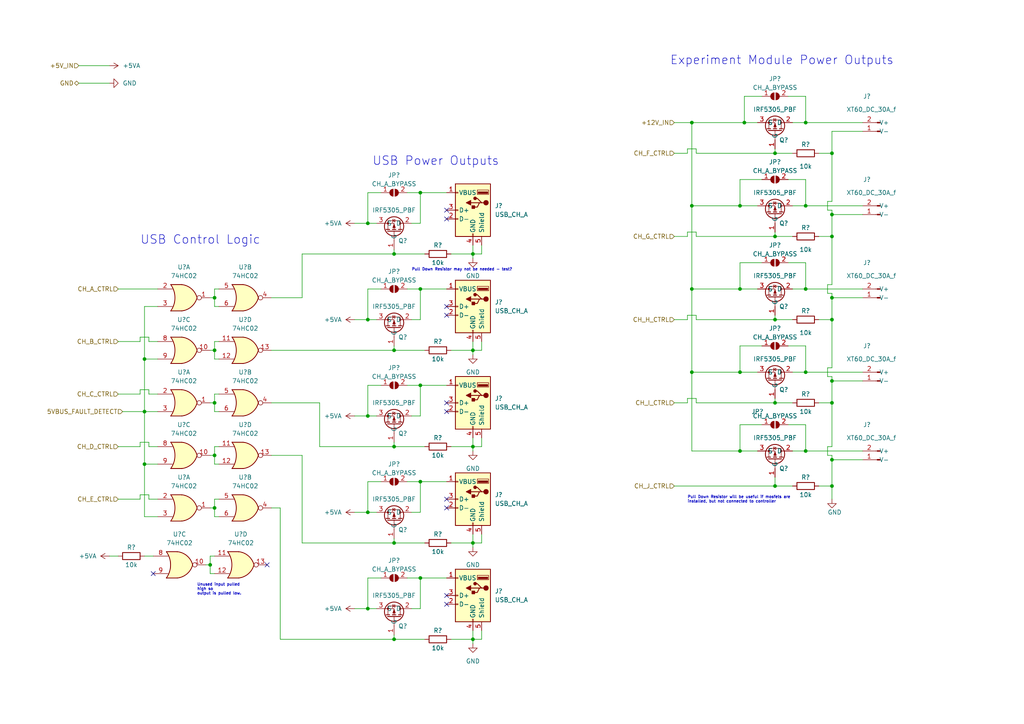
<source format=kicad_sch>
(kicad_sch (version 20211123) (generator eeschema)
  (paper "A4")
  (lib_symbols
    (symbol "000_Connectors_Immo:XT60_connector_DC_30A_female" (pin_names (offset 1.016))
      (property "Reference" "J?" (at 1.27 6.35 0))
      (property "Value" "XT60_connector_DC_30A_female" (at 8.89 3.81 0))
      (symbol "XT60_connector_DC_30A_female_1_1"
        (polyline (pts (xy 1.27 -2.54) (xy 0.8636 -2.54)) (stroke (width 0.1524)))
        (polyline (pts (xy 1.27 0) (xy 0.8636 0)) (stroke (width 0.1524)))
        (rectangle (start 0.8636 -2.413) (end 0 -2.667) (stroke (width 0.1524)) (fill (type outline)))
        (rectangle (start 0.8636 0.127) (end 0 -0.127) (stroke (width 0.1524)) (fill (type outline)))
        (pin passive line (at 5.08 0 180) (length 3.81) (name "V-") (number "1"))
        (pin passive line (at 5.08 -2.54 180) (length 3.81) (name "V+") (number "2"))
      )
    )
    (symbol "000_MOSFET_Immo:IRF5305_PBF"
      (property "Reference" "Q?" (at 0 10.16 90))
      (property "Value" "IRF5305_PBF" (at 5.08 8.89 90))
      (symbol "IRF5305_PBF_0_1"
        (polyline (pts (xy 0.254 0) (xy -2.54 0)))
        (polyline (pts (xy 0.254 1.905) (xy 0.254 -1.905)) (stroke (width 0.254)))
        (polyline (pts (xy 0.762 -1.27) (xy 0.762 -2.286)) (stroke (width 0.254)))
        (polyline (pts (xy 0.762 0.508) (xy 0.762 -0.508)) (stroke (width 0.254)))
        (polyline (pts (xy 0.762 2.286) (xy 0.762 1.27)) (stroke (width 0.254)))
        (polyline (pts (xy 2.54 2.54) (xy 2.54 1.778)))
        (polyline (pts (xy 2.54 -2.54) (xy 2.54 0) (xy 0.762 0)))
        (polyline (pts (xy 0.762 1.778) (xy 3.302 1.778) (xy 3.302 -1.778) (xy 0.762 -1.778)))
        (polyline (pts (xy 2.286 0) (xy 1.27 0.381) (xy 1.27 -0.381) (xy 2.286 0)) (fill (type outline)))
        (polyline (pts (xy 2.794 -0.508) (xy 2.921 -0.381) (xy 3.683 -0.381) (xy 3.81 -0.254)))
        (polyline (pts (xy 3.302 -0.381) (xy 2.921 0.254) (xy 3.683 0.254) (xy 3.302 -0.381)))
        (circle (center 1.651 0) (radius 2.794) (stroke (width 0.254)))
        (circle (center 2.54 -1.778) (radius 0.254) (fill (type outline)))
        (circle (center 2.54 1.778) (radius 0.254) (fill (type outline)))
      )
      (symbol "IRF5305_PBF_1_1"
        (pin input line (at -5.08 0 0) (length 2.54) (name "G") (number "1"))
        (pin passive line (at 2.54 5.08 270) (length 2.54) (name "D") (number "2"))
        (pin passive line (at 2.54 -5.08 90) (length 2.54) (name "S") (number "3"))
      )
    )
    (symbol "000_Resistors_Immo:Resistor_0805" (pin_numbers hide) (pin_names (offset 0))
      (property "Reference" "R?" (at 2.54 1.2701 0))
      (property "Value" "Resistor_0805" (at 2.54 -1.2699 0))
      (symbol "Resistor_0805_0_1"
        (rectangle (start -1.016 -2.54) (end 1.016 2.54) (stroke (width 0.254)))
      )
      (symbol "Resistor_0805_1_1"
        (pin passive line (at 0 3.81 270) (length 1.27) (name "~") (number "1"))
        (pin passive line (at 0 -3.81 90) (length 1.27) (name "~") (number "2"))
      )
    )
    (symbol "74xx:74HC02" (pin_names (offset 1.016))
      (property "Reference" "U" (at 0 1.27 0))
      (property "Value" "74HC02" (at 0 -1.27 0))
      (symbol "74HC02_1_1"
        (arc (start -3.81 -3.81) (mid -2.589 0) (end -3.81 3.81) (stroke (width 0.254)))
        (arc (start -0.6096 -3.81) (mid 2.1855 -2.584) (end 3.81 0) (stroke (width 0.254)) (fill (type background)))
        (polyline (pts (xy -3.81 -3.81) (xy -0.635 -3.81)) (stroke (width 0.254)) (fill (type background)))
        (polyline (pts (xy -3.81 3.81) (xy -0.635 3.81)) (stroke (width 0.254)) (fill (type background)))
        (polyline (pts (xy -0.635 3.81) (xy -3.81 3.81) (xy -3.81 3.81) (xy -3.556 3.4036) (xy -3.0226 2.2606) (xy -2.6924 1.0414) (xy -2.6162 -0.254) (xy -2.7686 -1.4986) (xy -3.175 -2.7178) (xy -3.81 -3.81) (xy -3.81 -3.81) (xy -0.635 -3.81)) (stroke (width -25.4)) (fill (type background)))
        (arc (start 3.81 0) (mid 2.1928 2.5925) (end -0.6096 3.81) (stroke (width 0.254)) (fill (type background)))
        (pin output inverted (at 7.62 0 180) (length 3.81) (name "~") (number "1"))
        (pin input line (at -7.62 2.54 0) (length 4.318) (name "~") (number "2"))
        (pin input line (at -7.62 -2.54 0) (length 4.318) (name "~") (number "3"))
      )
      (symbol "74HC02_1_2"
        (arc (start 0 -3.81) (mid 3.81 0) (end 0 3.81) (stroke (width 0.254)) (fill (type background)))
        (polyline (pts (xy 0 3.81) (xy -3.81 3.81) (xy -3.81 -3.81) (xy 0 -3.81)) (stroke (width 0.254)) (fill (type background)))
        (pin output line (at 7.62 0 180) (length 3.81) (name "~") (number "1"))
        (pin input inverted (at -7.62 2.54 0) (length 3.81) (name "~") (number "2"))
        (pin input inverted (at -7.62 -2.54 0) (length 3.81) (name "~") (number "3"))
      )
      (symbol "74HC02_2_1"
        (arc (start -3.81 -3.81) (mid -2.589 0) (end -3.81 3.81) (stroke (width 0.254)))
        (arc (start -0.6096 -3.81) (mid 2.1855 -2.584) (end 3.81 0) (stroke (width 0.254)) (fill (type background)))
        (polyline (pts (xy -3.81 -3.81) (xy -0.635 -3.81)) (stroke (width 0.254)) (fill (type background)))
        (polyline (pts (xy -3.81 3.81) (xy -0.635 3.81)) (stroke (width 0.254)) (fill (type background)))
        (polyline (pts (xy -0.635 3.81) (xy -3.81 3.81) (xy -3.81 3.81) (xy -3.556 3.4036) (xy -3.0226 2.2606) (xy -2.6924 1.0414) (xy -2.6162 -0.254) (xy -2.7686 -1.4986) (xy -3.175 -2.7178) (xy -3.81 -3.81) (xy -3.81 -3.81) (xy -0.635 -3.81)) (stroke (width -25.4)) (fill (type background)))
        (arc (start 3.81 0) (mid 2.1928 2.5925) (end -0.6096 3.81) (stroke (width 0.254)) (fill (type background)))
        (pin output inverted (at 7.62 0 180) (length 3.81) (name "~") (number "4"))
        (pin input line (at -7.62 2.54 0) (length 4.318) (name "~") (number "5"))
        (pin input line (at -7.62 -2.54 0) (length 4.318) (name "~") (number "6"))
      )
      (symbol "74HC02_2_2"
        (arc (start 0 -3.81) (mid 3.81 0) (end 0 3.81) (stroke (width 0.254)) (fill (type background)))
        (polyline (pts (xy 0 3.81) (xy -3.81 3.81) (xy -3.81 -3.81) (xy 0 -3.81)) (stroke (width 0.254)) (fill (type background)))
        (pin output line (at 7.62 0 180) (length 3.81) (name "~") (number "4"))
        (pin input inverted (at -7.62 2.54 0) (length 3.81) (name "~") (number "5"))
        (pin input inverted (at -7.62 -2.54 0) (length 3.81) (name "~") (number "6"))
      )
      (symbol "74HC02_3_1"
        (arc (start -3.81 -3.81) (mid -2.589 0) (end -3.81 3.81) (stroke (width 0.254)))
        (arc (start -0.6096 -3.81) (mid 2.1855 -2.584) (end 3.81 0) (stroke (width 0.254)) (fill (type background)))
        (polyline (pts (xy -3.81 -3.81) (xy -0.635 -3.81)) (stroke (width 0.254)) (fill (type background)))
        (polyline (pts (xy -3.81 3.81) (xy -0.635 3.81)) (stroke (width 0.254)) (fill (type background)))
        (polyline (pts (xy -0.635 3.81) (xy -3.81 3.81) (xy -3.81 3.81) (xy -3.556 3.4036) (xy -3.0226 2.2606) (xy -2.6924 1.0414) (xy -2.6162 -0.254) (xy -2.7686 -1.4986) (xy -3.175 -2.7178) (xy -3.81 -3.81) (xy -3.81 -3.81) (xy -0.635 -3.81)) (stroke (width -25.4)) (fill (type background)))
        (arc (start 3.81 0) (mid 2.1928 2.5925) (end -0.6096 3.81) (stroke (width 0.254)) (fill (type background)))
        (pin output inverted (at 7.62 0 180) (length 3.81) (name "~") (number "10"))
        (pin input line (at -7.62 2.54 0) (length 4.318) (name "~") (number "8"))
        (pin input line (at -7.62 -2.54 0) (length 4.318) (name "~") (number "9"))
      )
      (symbol "74HC02_3_2"
        (arc (start 0 -3.81) (mid 3.81 0) (end 0 3.81) (stroke (width 0.254)) (fill (type background)))
        (polyline (pts (xy 0 3.81) (xy -3.81 3.81) (xy -3.81 -3.81) (xy 0 -3.81)) (stroke (width 0.254)) (fill (type background)))
        (pin output line (at 7.62 0 180) (length 3.81) (name "~") (number "10"))
        (pin input inverted (at -7.62 2.54 0) (length 3.81) (name "~") (number "8"))
        (pin input inverted (at -7.62 -2.54 0) (length 3.81) (name "~") (number "9"))
      )
      (symbol "74HC02_4_1"
        (arc (start -3.81 -3.81) (mid -2.589 0) (end -3.81 3.81) (stroke (width 0.254)))
        (arc (start -0.6096 -3.81) (mid 2.1855 -2.584) (end 3.81 0) (stroke (width 0.254)) (fill (type background)))
        (polyline (pts (xy -3.81 -3.81) (xy -0.635 -3.81)) (stroke (width 0.254)) (fill (type background)))
        (polyline (pts (xy -3.81 3.81) (xy -0.635 3.81)) (stroke (width 0.254)) (fill (type background)))
        (polyline (pts (xy -0.635 3.81) (xy -3.81 3.81) (xy -3.81 3.81) (xy -3.556 3.4036) (xy -3.0226 2.2606) (xy -2.6924 1.0414) (xy -2.6162 -0.254) (xy -2.7686 -1.4986) (xy -3.175 -2.7178) (xy -3.81 -3.81) (xy -3.81 -3.81) (xy -0.635 -3.81)) (stroke (width -25.4)) (fill (type background)))
        (arc (start 3.81 0) (mid 2.1928 2.5925) (end -0.6096 3.81) (stroke (width 0.254)) (fill (type background)))
        (pin input line (at -7.62 2.54 0) (length 4.318) (name "~") (number "11"))
        (pin input line (at -7.62 -2.54 0) (length 4.318) (name "~") (number "12"))
        (pin output inverted (at 7.62 0 180) (length 3.81) (name "~") (number "13"))
      )
      (symbol "74HC02_4_2"
        (arc (start 0 -3.81) (mid 3.81 0) (end 0 3.81) (stroke (width 0.254)) (fill (type background)))
        (polyline (pts (xy 0 3.81) (xy -3.81 3.81) (xy -3.81 -3.81) (xy 0 -3.81)) (stroke (width 0.254)) (fill (type background)))
        (pin input inverted (at -7.62 2.54 0) (length 3.81) (name "~") (number "11"))
        (pin input inverted (at -7.62 -2.54 0) (length 3.81) (name "~") (number "12"))
        (pin output line (at 7.62 0 180) (length 3.81) (name "~") (number "13"))
      )
      (symbol "74HC02_5_0"
        (pin power_in line (at 0 12.7 270) (length 5.08) (name "VCC") (number "14"))
        (pin power_in line (at 0 -12.7 90) (length 5.08) (name "GND") (number "7"))
      )
      (symbol "74HC02_5_1"
        (rectangle (start -5.08 7.62) (end 5.08 -7.62) (stroke (width 0.254)) (fill (type background)))
      )
    )
    (symbol "Connector:USB_A" (pin_names (offset 1.016))
      (property "Reference" "J" (at -5.08 11.43 0))
      (property "Value" "USB_A" (at -5.08 8.89 0))
      (symbol "USB_A_0_1"
        (rectangle (start -5.08 -7.62) (end 5.08 7.62) (stroke (width 0.254)) (fill (type background)))
        (circle (center -3.81 2.159) (radius 0.635) (stroke (width 0.254)) (fill (type outline)))
        (rectangle (start -1.524 4.826) (end -4.318 5.334) (fill (type outline)))
        (rectangle (start -1.27 4.572) (end -4.572 5.842))
        (circle (center -0.635 3.429) (radius 0.381) (stroke (width 0.254)) (fill (type outline)))
        (rectangle (start -0.127 -7.62) (end 0.127 -6.858))
        (polyline (pts (xy -3.175 2.159) (xy -2.54 2.159) (xy -1.27 3.429) (xy -0.635 3.429)) (stroke (width 0.254)))
        (polyline (pts (xy -2.54 2.159) (xy -1.905 2.159) (xy -1.27 0.889) (xy 0 0.889)) (stroke (width 0.254)))
        (polyline (pts (xy 0.635 2.794) (xy 0.635 1.524) (xy 1.905 2.159) (xy 0.635 2.794)) (stroke (width 0.254)) (fill (type outline)))
        (rectangle (start 0.254 1.27) (end -0.508 0.508) (stroke (width 0.254)) (fill (type outline)))
        (rectangle (start 5.08 -2.667) (end 4.318 -2.413))
        (rectangle (start 5.08 -0.127) (end 4.318 0.127))
        (rectangle (start 5.08 4.953) (end 4.318 5.207))
      )
      (symbol "USB_A_1_1"
        (polyline (pts (xy -1.905 2.159) (xy 0.635 2.159)) (stroke (width 0.254)))
        (pin power_in line (at 7.62 5.08 180) (length 2.54) (name "VBUS") (number "1"))
        (pin bidirectional line (at 7.62 -2.54 180) (length 2.54) (name "D-") (number "2"))
        (pin bidirectional line (at 7.62 0 180) (length 2.54) (name "D+") (number "3"))
        (pin power_in line (at 0 -10.16 90) (length 2.54) (name "GND") (number "4"))
        (pin passive line (at -2.54 -10.16 90) (length 2.54) (name "Shield") (number "5"))
      )
    )
    (symbol "Jumper:SolderJumper_2_Open" (pin_names (offset 0) hide)
      (property "Reference" "JP" (at 0 2.032 0))
      (property "Value" "SolderJumper_2_Open" (at 0 -2.54 0))
      (symbol "SolderJumper_2_Open_0_1"
        (arc (start -0.254 1.016) (mid -1.27 0) (end -0.254 -1.016))
        (arc (start -0.254 1.016) (mid -1.27 0) (end -0.254 -1.016) (fill (type outline)))
        (polyline (pts (xy -0.254 1.016) (xy -0.254 -1.016)))
        (polyline (pts (xy 0.254 1.016) (xy 0.254 -1.016)))
        (arc (start 0.254 -1.016) (mid 1.27 0) (end 0.254 1.016))
        (arc (start 0.254 -1.016) (mid 1.27 0) (end 0.254 1.016) (fill (type outline)))
      )
      (symbol "SolderJumper_2_Open_1_1"
        (pin passive line (at -3.81 0 0) (length 2.54) (name "A") (number "1"))
        (pin passive line (at 3.81 0 180) (length 2.54) (name "B") (number "2"))
      )
    )
    (symbol "power:+5VA" (power) (pin_names (offset 0))
      (property "Value" "+5VA" (at 0 3.556 0))
      (symbol "+5VA_0_1"
        (polyline (pts (xy -0.762 1.27) (xy 0 2.54)))
        (polyline (pts (xy 0 0) (xy 0 2.54)))
        (polyline (pts (xy 0 2.54) (xy 0.762 1.27)))
      )
      (symbol "+5VA_1_1"
        (pin power_in line (at 0 0 90) (length 0) hide (name "+5VA") (number "1"))
      )
    )
    (symbol "power:GND" (power) (pin_names (offset 0))
      (property "Value" "GND" (at 0 -3.81 0))
      (symbol "GND_0_1"
        (polyline (pts (xy 0 0) (xy 0 -1.27) (xy 1.27 -1.27) (xy 0 -2.54) (xy -1.27 -1.27) (xy 0 -1.27)))
      )
      (symbol "GND_1_1"
        (pin power_in line (at 0 0 270) (length 0) hide (name "GND") (number "1"))
      )
    )
  )
  (junction (at 214.63 59.69))
  (junction (at 214.63 130.81))
  (junction (at 200.66 107.95))
  (junction (at 60.96 163.83))
  (junction (at 114.3 185.42))
  (junction (at 137.16 129.54))
  (junction (at 241.3 68.58))
  (junction (at 241.3 110.49))
  (junction (at 106.68 148.59))
  (junction (at 241.3 133.35))
  (junction (at 121.92 139.7))
  (junction (at 41.91 134.62))
  (junction (at 106.68 64.77))
  (junction (at 215.9 35.56))
  (junction (at 114.3 101.6))
  (junction (at 233.68 35.56))
  (junction (at 241.3 86.36))
  (junction (at 224.79 92.71))
  (junction (at 200.66 35.56))
  (junction (at 114.3 129.54))
  (junction (at 233.68 83.82))
  (junction (at 62.23 116.84))
  (junction (at 137.16 101.6))
  (junction (at 114.3 73.66))
  (junction (at 121.92 111.76))
  (junction (at 137.16 185.42))
  (junction (at 214.63 83.82))
  (junction (at 62.23 86.36))
  (junction (at 233.68 130.81))
  (junction (at 62.23 101.6))
  (junction (at 121.92 83.82))
  (junction (at 106.68 120.65))
  (junction (at 241.3 116.84))
  (junction (at 121.92 55.88))
  (junction (at 137.16 73.66))
  (junction (at 62.23 132.08))
  (junction (at 114.3 157.48))
  (junction (at 224.79 44.45))
  (junction (at 241.3 62.23))
  (junction (at 62.23 147.32))
  (junction (at 41.91 104.14))
  (junction (at 106.68 176.53))
  (junction (at 224.79 68.58))
  (junction (at 224.79 116.84))
  (junction (at 121.92 167.64))
  (junction (at 233.68 107.95))
  (junction (at 214.63 107.95))
  (junction (at 241.3 44.45))
  (junction (at 233.68 59.69))
  (junction (at 224.79 140.97))
  (junction (at 241.3 140.97))
  (junction (at 200.66 59.69))
  (junction (at 106.68 92.71))
  (junction (at 241.3 92.71))
  (junction (at 137.16 157.48))
  (junction (at 200.66 83.82))
  (junction (at 41.91 119.38))
  (no_connect (at 129.54 63.5))
  (no_connect (at 129.54 88.9))
  (no_connect (at 129.54 119.38))
  (no_connect (at 129.54 175.26))
  (no_connect (at 129.54 147.32))
  (no_connect (at 77.47 163.83))
  (no_connect (at 129.54 60.96))
  (no_connect (at 44.45 166.37))
  (no_connect (at 129.54 91.44))
  (no_connect (at 129.54 172.72))
  (no_connect (at 129.54 116.84))
  (no_connect (at 129.54 144.78))
  (wire (pts (xy 214.63 130.81) (xy 214.63 123.19)))
  (wire (pts (xy 201.93 43.18) (xy 199.39 43.18)))
  (wire (pts (xy 121.92 167.64) (xy 121.92 176.53)))
  (wire (pts (xy 114.3 101.6) (xy 114.3 100.33)))
  (wire (pts (xy 137.16 185.42) (xy 139.7 185.42)))
  (wire (pts (xy 201.93 92.71) (xy 201.93 91.44)))
  (wire (pts (xy 102.87 148.59) (xy 106.68 148.59)))
  (wire (pts (xy 201.93 44.45) (xy 224.79 44.45)))
  (wire (pts (xy 137.16 71.12) (xy 137.16 73.66)))
  (wire (pts (xy 224.79 68.58) (xy 201.93 68.58)))
  (wire (pts (xy 200.66 83.82) (xy 200.66 107.95)))
  (wire (pts (xy 229.87 107.95) (xy 233.68 107.95)))
  (wire (pts (xy 40.64 113.03) (xy 43.18 113.03)))
  (wire (pts (xy 110.49 167.64) (xy 106.68 167.64)))
  (wire (pts (xy 229.87 130.81) (xy 233.68 130.81)))
  (wire (pts (xy 110.49 55.88) (xy 106.68 55.88)))
  (wire (pts (xy 241.3 110.49) (xy 241.3 109.22)))
  (wire (pts (xy 106.68 120.65) (xy 109.22 120.65)))
  (wire (pts (xy 121.92 139.7) (xy 121.92 148.59)))
  (wire (pts (xy 62.23 144.78) (xy 63.5 144.78)))
  (wire (pts (xy 102.87 176.53) (xy 106.68 176.53)))
  (wire (pts (xy 62.23 132.08) (xy 62.23 129.54)))
  (wire (pts (xy 233.68 27.94) (xy 228.6 27.94)))
  (wire (pts (xy 199.39 91.44) (xy 199.39 92.71)))
  (wire (pts (xy 224.79 67.31) (xy 224.79 68.58)))
  (wire (pts (xy 195.58 44.45) (xy 199.39 44.45)))
  (wire (pts (xy 60.96 147.32) (xy 62.23 147.32)))
  (wire (pts (xy 35.56 119.38) (xy 41.91 119.38)))
  (wire (pts (xy 241.3 129.54) (xy 241.3 116.84)))
  (wire (pts (xy 78.74 86.36) (xy 87.63 86.36)))
  (wire (pts (xy 119.38 120.65) (xy 121.92 120.65)))
  (wire (pts (xy 214.63 52.07) (xy 220.98 52.07)))
  (wire (pts (xy 201.93 67.31) (xy 199.39 67.31)))
  (wire (pts (xy 102.87 64.77) (xy 106.68 64.77)))
  (wire (pts (xy 241.3 62.23) (xy 250.19 62.23)))
  (wire (pts (xy 110.49 111.76) (xy 106.68 111.76)))
  (wire (pts (xy 224.79 116.84) (xy 229.87 116.84)))
  (wire (pts (xy 241.3 68.58) (xy 241.3 82.55)))
  (wire (pts (xy 41.91 104.14) (xy 41.91 119.38)))
  (wire (pts (xy 241.3 86.36) (xy 241.3 85.09)))
  (wire (pts (xy 106.68 92.71) (xy 109.22 92.71)))
  (wire (pts (xy 87.63 157.48) (xy 114.3 157.48)))
  (wire (pts (xy 43.18 129.54) (xy 45.72 129.54)))
  (wire (pts (xy 92.71 129.54) (xy 114.3 129.54)))
  (wire (pts (xy 41.91 149.86) (xy 45.72 149.86)))
  (wire (pts (xy 87.63 73.66) (xy 87.63 86.36)))
  (wire (pts (xy 40.64 128.27) (xy 43.18 128.27)))
  (wire (pts (xy 241.3 109.22) (xy 240.03 109.22)))
  (wire (pts (xy 241.3 44.45) (xy 241.3 58.42)))
  (wire (pts (xy 62.23 129.54) (xy 63.5 129.54)))
  (wire (pts (xy 40.64 143.51) (xy 40.64 144.78)))
  (wire (pts (xy 62.23 114.3) (xy 63.5 114.3)))
  (wire (pts (xy 214.63 83.82) (xy 219.71 83.82)))
  (wire (pts (xy 200.66 35.56) (xy 215.9 35.56)))
  (wire (pts (xy 240.03 85.09) (xy 240.03 82.55)))
  (wire (pts (xy 22.86 19.05) (xy 31.75 19.05)))
  (wire (pts (xy 137.16 157.48) (xy 137.16 158.75)))
  (wire (pts (xy 224.79 92.71) (xy 229.87 92.71)))
  (wire (pts (xy 200.66 59.69) (xy 214.63 59.69)))
  (wire (pts (xy 43.18 128.27) (xy 43.18 129.54)))
  (wire (pts (xy 60.96 132.08) (xy 62.23 132.08)))
  (wire (pts (xy 240.03 129.54) (xy 241.3 129.54)))
  (wire (pts (xy 41.91 134.62) (xy 45.72 134.62)))
  (wire (pts (xy 121.92 83.82) (xy 129.54 83.82)))
  (wire (pts (xy 87.63 132.08) (xy 87.63 157.48)))
  (wire (pts (xy 102.87 92.71) (xy 106.68 92.71)))
  (wire (pts (xy 137.16 185.42) (xy 137.16 186.69)))
  (wire (pts (xy 130.81 129.54) (xy 137.16 129.54)))
  (wire (pts (xy 201.93 44.45) (xy 201.93 43.18)))
  (wire (pts (xy 62.23 101.6) (xy 62.23 104.14)))
  (wire (pts (xy 92.71 116.84) (xy 92.71 129.54)))
  (wire (pts (xy 233.68 123.19) (xy 233.68 130.81)))
  (wire (pts (xy 114.3 157.48) (xy 123.19 157.48)))
  (wire (pts (xy 215.9 35.56) (xy 219.71 35.56)))
  (wire (pts (xy 118.11 111.76) (xy 121.92 111.76)))
  (wire (pts (xy 114.3 157.48) (xy 114.3 156.21)))
  (wire (pts (xy 233.68 130.81) (xy 250.19 130.81)))
  (wire (pts (xy 195.58 92.71) (xy 199.39 92.71)))
  (wire (pts (xy 200.66 107.95) (xy 200.66 130.81)))
  (wire (pts (xy 62.23 83.82) (xy 63.5 83.82)))
  (wire (pts (xy 31.75 161.29) (xy 34.29 161.29)))
  (wire (pts (xy 137.16 182.88) (xy 137.16 185.42)))
  (wire (pts (xy 201.93 115.57) (xy 201.93 116.84)))
  (wire (pts (xy 63.5 149.86) (xy 62.23 149.86)))
  (wire (pts (xy 214.63 59.69) (xy 219.71 59.69)))
  (wire (pts (xy 62.23 99.06) (xy 63.5 99.06)))
  (wire (pts (xy 139.7 101.6) (xy 139.7 99.06)))
  (wire (pts (xy 195.58 116.84) (xy 199.39 116.84)))
  (wire (pts (xy 106.68 83.82) (xy 106.68 92.71)))
  (wire (pts (xy 87.63 73.66) (xy 114.3 73.66)))
  (wire (pts (xy 22.86 24.13) (xy 31.75 24.13)))
  (wire (pts (xy 62.23 101.6) (xy 62.23 99.06)))
  (wire (pts (xy 45.72 144.78) (xy 43.18 144.78)))
  (wire (pts (xy 121.92 111.76) (xy 129.54 111.76)))
  (wire (pts (xy 130.81 185.42) (xy 137.16 185.42)))
  (wire (pts (xy 130.81 101.6) (xy 137.16 101.6)))
  (wire (pts (xy 201.93 91.44) (xy 199.39 91.44)))
  (wire (pts (xy 137.16 129.54) (xy 137.16 130.81)))
  (wire (pts (xy 214.63 59.69) (xy 214.63 52.07)))
  (wire (pts (xy 240.03 132.08) (xy 240.03 129.54)))
  (wire (pts (xy 224.79 44.45) (xy 229.87 44.45)))
  (wire (pts (xy 240.03 82.55) (xy 241.3 82.55)))
  (wire (pts (xy 241.3 133.35) (xy 241.3 140.97)))
  (wire (pts (xy 240.03 106.68) (xy 241.3 106.68)))
  (wire (pts (xy 106.68 111.76) (xy 106.68 120.65)))
  (wire (pts (xy 119.38 92.71) (xy 121.92 92.71)))
  (wire (pts (xy 43.18 144.78) (xy 43.18 143.51)))
  (wire (pts (xy 78.74 101.6) (xy 114.3 101.6)))
  (wire (pts (xy 237.49 116.84) (xy 241.3 116.84)))
  (wire (pts (xy 224.79 115.57) (xy 224.79 116.84)))
  (wire (pts (xy 40.64 97.79) (xy 43.18 97.79)))
  (wire (pts (xy 214.63 83.82) (xy 214.63 76.2)))
  (wire (pts (xy 233.68 76.2) (xy 233.68 83.82)))
  (wire (pts (xy 34.29 129.54) (xy 40.64 129.54)))
  (wire (pts (xy 224.79 140.97) (xy 229.87 140.97)))
  (wire (pts (xy 241.3 110.49) (xy 250.19 110.49)))
  (wire (pts (xy 215.9 27.94) (xy 220.98 27.94)))
  (wire (pts (xy 62.23 116.84) (xy 62.23 114.3)))
  (wire (pts (xy 62.23 119.38) (xy 62.23 116.84)))
  (wire (pts (xy 195.58 35.56) (xy 200.66 35.56)))
  (wire (pts (xy 34.29 99.06) (xy 40.64 99.06)))
  (wire (pts (xy 137.16 129.54) (xy 139.7 129.54)))
  (wire (pts (xy 137.16 154.94) (xy 137.16 157.48)))
  (wire (pts (xy 137.16 73.66) (xy 139.7 73.66)))
  (wire (pts (xy 233.68 27.94) (xy 233.68 35.56)))
  (wire (pts (xy 41.91 88.9) (xy 41.91 104.14)))
  (wire (pts (xy 121.92 55.88) (xy 121.92 64.77)))
  (wire (pts (xy 228.6 52.07) (xy 233.68 52.07)))
  (wire (pts (xy 214.63 100.33) (xy 220.98 100.33)))
  (wire (pts (xy 228.6 76.2) (xy 233.68 76.2)))
  (wire (pts (xy 62.23 147.32) (xy 62.23 144.78)))
  (wire (pts (xy 237.49 92.71) (xy 241.3 92.71)))
  (wire (pts (xy 201.93 68.58) (xy 201.93 67.31)))
  (wire (pts (xy 195.58 140.97) (xy 224.79 140.97)))
  (wire (pts (xy 62.23 149.86) (xy 62.23 147.32)))
  (wire (pts (xy 241.3 92.71) (xy 241.3 86.36)))
  (wire (pts (xy 60.96 161.29) (xy 62.23 161.29)))
  (wire (pts (xy 214.63 107.95) (xy 219.71 107.95)))
  (wire (pts (xy 106.68 176.53) (xy 109.22 176.53)))
  (wire (pts (xy 229.87 83.82) (xy 233.68 83.82)))
  (wire (pts (xy 41.91 161.29) (xy 44.45 161.29)))
  (wire (pts (xy 241.3 133.35) (xy 241.3 132.08)))
  (wire (pts (xy 102.87 120.65) (xy 106.68 120.65)))
  (wire (pts (xy 241.3 62.23) (xy 241.3 60.96)))
  (wire (pts (xy 224.79 68.58) (xy 229.87 68.58)))
  (wire (pts (xy 199.39 67.31) (xy 199.39 68.58)))
  (wire (pts (xy 60.96 163.83) (xy 60.96 161.29)))
  (wire (pts (xy 137.16 73.66) (xy 137.16 74.93)))
  (wire (pts (xy 137.16 99.06) (xy 137.16 101.6)))
  (wire (pts (xy 199.39 115.57) (xy 199.39 116.84)))
  (wire (pts (xy 214.63 107.95) (xy 214.63 100.33)))
  (wire (pts (xy 241.3 85.09) (xy 240.03 85.09)))
  (wire (pts (xy 241.3 86.36) (xy 250.19 86.36)))
  (wire (pts (xy 59.69 163.83) (xy 60.96 163.83)))
  (wire (pts (xy 106.68 139.7) (xy 106.68 148.59)))
  (wire (pts (xy 40.64 129.54) (xy 40.64 128.27)))
  (wire (pts (xy 121.92 167.64) (xy 129.54 167.64)))
  (wire (pts (xy 114.3 129.54) (xy 123.19 129.54)))
  (wire (pts (xy 121.92 83.82) (xy 121.92 92.71)))
  (wire (pts (xy 45.72 88.9) (xy 41.91 88.9)))
  (wire (pts (xy 63.5 104.14) (xy 62.23 104.14)))
  (wire (pts (xy 114.3 73.66) (xy 123.19 73.66)))
  (wire (pts (xy 228.6 123.19) (xy 233.68 123.19)))
  (wire (pts (xy 43.18 97.79) (xy 43.18 99.06)))
  (wire (pts (xy 78.74 147.32) (xy 81.28 147.32)))
  (wire (pts (xy 110.49 83.82) (xy 106.68 83.82)))
  (wire (pts (xy 224.79 43.18) (xy 224.79 44.45)))
  (wire (pts (xy 214.63 76.2) (xy 220.98 76.2)))
  (wire (pts (xy 241.3 116.84) (xy 241.3 110.49)))
  (wire (pts (xy 233.68 83.82) (xy 250.19 83.82)))
  (wire (pts (xy 118.11 55.88) (xy 121.92 55.88)))
  (wire (pts (xy 224.79 92.71) (xy 201.93 92.71)))
  (wire (pts (xy 137.16 157.48) (xy 139.7 157.48)))
  (wire (pts (xy 137.16 101.6) (xy 139.7 101.6)))
  (wire (pts (xy 130.81 73.66) (xy 137.16 73.66)))
  (wire (pts (xy 233.68 100.33) (xy 233.68 107.95)))
  (wire (pts (xy 237.49 68.58) (xy 241.3 68.58)))
  (wire (pts (xy 139.7 129.54) (xy 139.7 127)))
  (wire (pts (xy 200.66 59.69) (xy 200.66 83.82)))
  (wire (pts (xy 121.92 139.7) (xy 129.54 139.7)))
  (wire (pts (xy 106.68 55.88) (xy 106.68 64.77)))
  (wire (pts (xy 45.72 119.38) (xy 41.91 119.38)))
  (wire (pts (xy 240.03 60.96) (xy 240.03 58.42)))
  (wire (pts (xy 200.66 83.82) (xy 214.63 83.82)))
  (wire (pts (xy 34.29 144.78) (xy 40.64 144.78)))
  (wire (pts (xy 118.11 83.82) (xy 121.92 83.82)))
  (wire (pts (xy 241.3 133.35) (xy 250.19 133.35)))
  (wire (pts (xy 200.66 35.56) (xy 200.66 59.69)))
  (wire (pts (xy 63.5 119.38) (xy 62.23 119.38)))
  (wire (pts (xy 224.79 91.44) (xy 224.79 92.71)))
  (wire (pts (xy 200.66 130.81) (xy 214.63 130.81)))
  (wire (pts (xy 214.63 130.81) (xy 219.71 130.81)))
  (wire (pts (xy 224.79 138.43) (xy 224.79 140.97)))
  (wire (pts (xy 43.18 114.3) (xy 45.72 114.3)))
  (wire (pts (xy 241.3 44.45) (xy 241.3 38.1)))
  (wire (pts (xy 121.92 111.76) (xy 121.92 120.65)))
  (wire (pts (xy 119.38 148.59) (xy 121.92 148.59)))
  (wire (pts (xy 40.64 114.3) (xy 40.64 113.03)))
  (wire (pts (xy 43.18 99.06) (xy 45.72 99.06)))
  (wire (pts (xy 199.39 115.57) (xy 201.93 115.57)))
  (wire (pts (xy 63.5 134.62) (xy 62.23 134.62)))
  (wire (pts (xy 224.79 116.84) (xy 201.93 116.84)))
  (wire (pts (xy 241.3 38.1) (xy 250.19 38.1)))
  (wire (pts (xy 139.7 73.66) (xy 139.7 71.12)))
  (wire (pts (xy 43.18 143.51) (xy 40.64 143.51)))
  (wire (pts (xy 41.91 119.38) (xy 41.91 134.62)))
  (wire (pts (xy 199.39 43.18) (xy 199.39 44.45)))
  (wire (pts (xy 215.9 27.94) (xy 215.9 35.56)))
  (wire (pts (xy 241.3 132.08) (xy 240.03 132.08)))
  (wire (pts (xy 81.28 147.32) (xy 81.28 185.42)))
  (wire (pts (xy 241.3 140.97) (xy 241.3 144.78)))
  (wire (pts (xy 237.49 44.45) (xy 241.3 44.45)))
  (wire (pts (xy 139.7 185.42) (xy 139.7 182.88)))
  (wire (pts (xy 81.28 185.42) (xy 114.3 185.42)))
  (wire (pts (xy 114.3 185.42) (xy 123.19 185.42)))
  (wire (pts (xy 106.68 64.77) (xy 109.22 64.77)))
  (wire (pts (xy 114.3 101.6) (xy 123.19 101.6)))
  (wire (pts (xy 237.49 140.97) (xy 241.3 140.97)))
  (wire (pts (xy 119.38 176.53) (xy 121.92 176.53)))
  (wire (pts (xy 240.03 109.22) (xy 240.03 106.68)))
  (wire (pts (xy 43.18 113.03) (xy 43.18 114.3)))
  (wire (pts (xy 200.66 107.95) (xy 214.63 107.95)))
  (wire (pts (xy 233.68 59.69) (xy 250.19 59.69)))
  (wire (pts (xy 241.3 92.71) (xy 241.3 106.68)))
  (wire (pts (xy 62.23 88.9) (xy 62.23 86.36)))
  (wire (pts (xy 130.81 157.48) (xy 137.16 157.48)))
  (wire (pts (xy 114.3 129.54) (xy 114.3 128.27)))
  (wire (pts (xy 60.96 86.36) (xy 62.23 86.36)))
  (wire (pts (xy 228.6 100.33) (xy 233.68 100.33)))
  (wire (pts (xy 62.23 166.37) (xy 60.96 166.37)))
  (wire (pts (xy 41.91 134.62) (xy 41.91 149.86)))
  (wire (pts (xy 34.29 83.82) (xy 45.72 83.82)))
  (wire (pts (xy 241.3 68.58) (xy 241.3 62.23)))
  (wire (pts (xy 233.68 52.07) (xy 233.68 59.69)))
  (wire (pts (xy 62.23 86.36) (xy 62.23 83.82)))
  (wire (pts (xy 114.3 185.42) (xy 114.3 184.15)))
  (wire (pts (xy 41.91 104.14) (xy 45.72 104.14)))
  (wire (pts (xy 233.68 35.56) (xy 250.19 35.56)))
  (wire (pts (xy 78.74 132.08) (xy 87.63 132.08)))
  (wire (pts (xy 60.96 101.6) (xy 62.23 101.6)))
  (wire (pts (xy 233.68 107.95) (xy 250.19 107.95)))
  (wire (pts (xy 106.68 148.59) (xy 109.22 148.59)))
  (wire (pts (xy 63.5 88.9) (xy 62.23 88.9)))
  (wire (pts (xy 137.16 101.6) (xy 137.16 102.87)))
  (wire (pts (xy 118.11 139.7) (xy 121.92 139.7)))
  (wire (pts (xy 121.92 55.88) (xy 129.54 55.88)))
  (wire (pts (xy 229.87 35.56) (xy 233.68 35.56)))
  (wire (pts (xy 78.74 116.84) (xy 92.71 116.84)))
  (wire (pts (xy 60.96 116.84) (xy 62.23 116.84)))
  (wire (pts (xy 214.63 123.19) (xy 220.98 123.19)))
  (wire (pts (xy 60.96 163.83) (xy 60.96 166.37)))
  (wire (pts (xy 139.7 157.48) (xy 139.7 154.94)))
  (wire (pts (xy 106.68 167.64) (xy 106.68 176.53)))
  (wire (pts (xy 241.3 60.96) (xy 240.03 60.96)))
  (wire (pts (xy 118.11 167.64) (xy 121.92 167.64)))
  (wire (pts (xy 62.23 132.08) (xy 62.23 134.62)))
  (wire (pts (xy 110.49 139.7) (xy 106.68 139.7)))
  (wire (pts (xy 195.58 68.58) (xy 199.39 68.58)))
  (wire (pts (xy 229.87 59.69) (xy 233.68 59.69)))
  (wire (pts (xy 40.64 99.06) (xy 40.64 97.79)))
  (wire (pts (xy 114.3 73.66) (xy 114.3 72.39)))
  (wire (pts (xy 240.03 58.42) (xy 241.3 58.42)))
  (wire (pts (xy 137.16 127) (xy 137.16 129.54)))
  (wire (pts (xy 34.29 114.3) (xy 40.64 114.3)))
  (wire (pts (xy 119.38 64.77) (xy 121.92 64.77)))
  (text "USB Power Outputs" (at 107.95 48.26 0) (effects (font (size 2.5 2.5)) (justify left bottom)))
  (text "Experiment Module Power Outputs" (at 194.31 19.05 0) (effects (font (size 2.5 2.5)) (justify left bottom)))
  (text "Pull Down Resistor may not be needed - test?" (at 119.38 78.74 0) (effects (font (size 0.8 0.8)) (justify left bottom)))
  (text "Unused input pulled \nhigh so\noutput is pulled low." (at 57.15 172.72 0) (effects (font (size 0.8 0.8)) (justify left bottom)))
  (text "Pull Down Resistor will be useful if mosfets are \ninstalled, but not connected to controller" (at 199.39 146.05 0) (effects (font (size 0.8 0.8)) (justify left bottom)))
  (text "USB Control Logic" (at 40.64 71.12 0) (effects (font (size 2.5 2.5)) (justify left bottom)))
  (hierarchical_label "CH_D_CTRL" (shape input) (at 34.29 129.54 180))
  (hierarchical_label "CH_B_CTRL" (shape input) (at 34.29 99.06 180))
  (hierarchical_label "CH_H_CTRL" (shape input) (at 195.58 92.71 180))
  (hierarchical_label "CH_G_CTRL" (shape input) (at 195.58 68.58 180))
  (hierarchical_label "GND" (shape bidirectional) (at 22.86 24.13 180))
  (hierarchical_label "5VBUS_FAULT_DETECT" (shape input) (at 35.56 119.38 180))
  (hierarchical_label "CH_I_CTRL" (shape input) (at 195.58 116.84 180))
  (hierarchical_label "CH_C_CTRL" (shape input) (at 34.29 114.3 180))
  (hierarchical_label "+12V_IN" (shape input) (at 195.58 35.56 180))
  (hierarchical_label "+5V_IN" (shape input) (at 22.86 19.05 180))
  (hierarchical_label "CH_J_CTRL" (shape input) (at 195.58 140.97 180))
  (hierarchical_label "CH_F_CTRL" (shape input) (at 195.58 44.45 180))
  (hierarchical_label "CH_E_CTRL" (shape input) (at 34.29 144.78 180))
  (hierarchical_label "CH_A_CTRL" (shape input) (at 34.29 83.82 180))
  (symbol (lib_id "000_MOSFET_Immo:IRF5305_PBF") (at 224.79 86.36 270) (mirror x) (unit 1)
    (property "Reference" "Q?" (at 227.33 88.9 90))
    (property "Value" "IRF5305_PBF" (at 224.79 80.01 90))
    (property "Footprint" "Package_TO_SOT_THT:TO-220-3_Vertical" (effects hide))
    (property "Datasheet" "http://www.infineon.com/dgdl/irf4905.pdf?fileId=5546d462533600a4015355e32165197c" (effects hide))
  )
  (symbol (lib_id "000_MOSFET_Immo:IRF5305_PBF") (at 224.79 62.23 270) (mirror x) (unit 1)
    (property "Reference" "Q?" (at 227.33 64.77 90))
    (property "Value" "IRF5305_PBF" (at 224.79 55.88 90))
    (property "Footprint" "Package_TO_SOT_THT:TO-220-3_Vertical" (effects hide))
    (property "Datasheet" "http://www.infineon.com/dgdl/irf4905.pdf?fileId=5546d462533600a4015355e32165197c" (effects hide))
  )
  (symbol (lib_id "000_Resistors_Immo:Resistor_0805") (at 233.68 92.71 90) (unit 1)
    (property "Reference" "R?" (at 233.68 90.17 90))
    (property "Value" "10k" (at 233.68 96.52 90))
    (property "Footprint" "Resistor_SMD:R_0805_2012Metric_Pad1.20x1.40mm_HandSolder" (effects hide))
  )
  (symbol (lib_id "power:GND") (at 137.16 186.69 0) (unit 1)
    (property "Reference" "#PWR?" (effects hide))
    (property "Value" "GND" (at 137.16 191.77 0))
  )
  (symbol (lib_id "000_MOSFET_Immo:IRF5305_PBF") (at 114.3 95.25 270) (mirror x) (unit 1)
    (property "Reference" "Q?" (at 116.84 97.79 90))
    (property "Value" "IRF5305_PBF" (at 114.3 88.9 90))
    (property "Footprint" "Package_TO_SOT_THT:TO-220-3_Vertical" (effects hide))
    (property "Datasheet" "http://www.infineon.com/dgdl/irf4905.pdf?fileId=5546d462533600a4015355e32165197c" (effects hide))
  )
  (symbol (lib_id "000_Connectors_Immo:XT60_connector_DC_30A_female") (at 255.27 38.1 180) (unit 1)
    (property "Reference" "J?" (at 251.46 27.94 0))
    (property "Value" "XT60_DC_30A_f" (at 252.73 31.75 0))
  )
  (symbol (lib_id "Jumper:SolderJumper_2_Open") (at 114.3 55.88 0) (unit 1)
    (property "Reference" "JP?" (at 114.3 50.8 0))
    (property "Value" "CH_A_BYPASS" (at 114.3 53.34 0))
  )
  (symbol (lib_id "000_Resistors_Immo:Resistor_0805") (at 233.68 140.97 90) (unit 1)
    (property "Reference" "R?" (at 233.68 138.43 90))
    (property "Value" "10k" (at 233.68 143.51 90))
    (property "Footprint" "Resistor_SMD:R_0805_2012Metric_Pad1.20x1.40mm_HandSolder" (effects hide))
  )
  (symbol (lib_id "000_MOSFET_Immo:IRF5305_PBF") (at 224.79 133.35 270) (mirror x) (unit 1)
    (property "Reference" "Q?" (at 227.33 135.89 90))
    (property "Value" "IRF5305_PBF" (at 224.79 127 90))
    (property "Footprint" "Package_TO_SOT_THT:TO-220-3_Vertical" (effects hide))
    (property "Datasheet" "http://www.infineon.com/dgdl/irf4905.pdf?fileId=5546d462533600a4015355e32165197c" (effects hide))
  )
  (symbol (lib_id "74xx:74HC02") (at 71.12 132.08 0) (unit 4)
    (property "Reference" "U?" (at 71.12 123.19 0))
    (property "Value" "74HC02" (at 71.12 125.73 0))
    (property "Datasheet" "http://www.ti.com/lit/gpn/sn74hc02" (effects hide))
  )
  (symbol (lib_id "74xx:74HC02") (at 71.12 86.36 0) (unit 2)
    (property "Reference" "U?" (at 71.12 77.47 0))
    (property "Value" "74HC02" (at 71.12 80.01 0))
    (property "Datasheet" "http://www.ti.com/lit/gpn/sn74hc02" (effects hide))
  )
  (symbol (lib_id "Connector:USB_A") (at 137.16 88.9 0) (mirror y) (unit 1)
    (property "Reference" "J?" (at 143.51 87.6299 0) (effects (justify right)))
    (property "Value" "USB_CH_A" (at 143.51 90.1699 0) (effects (justify right)))
    (property "Datasheet" " ~" (effects hide))
  )
  (symbol (lib_id "power:GND") (at 137.16 74.93 0) (unit 1)
    (property "Reference" "#PWR?" (effects hide))
    (property "Value" "GND" (at 137.16 80.01 0))
  )
  (symbol (lib_id "Jumper:SolderJumper_2_Open") (at 224.79 100.33 0) (unit 1)
    (property "Reference" "JP?" (at 224.79 95.25 0))
    (property "Value" "CH_A_BYPASS" (at 224.79 97.79 0))
  )
  (symbol (lib_id "74xx:74HC02") (at 69.85 163.83 0) (unit 4)
    (property "Reference" "U?" (at 69.85 154.94 0))
    (property "Value" "74HC02" (at 69.85 157.48 0))
    (property "Datasheet" "http://www.ti.com/lit/gpn/sn74hc02" (effects hide))
  )
  (symbol (lib_id "Connector:USB_A") (at 137.16 60.96 0) (mirror y) (unit 1)
    (property "Reference" "J?" (at 143.51 59.6899 0) (effects (justify right)))
    (property "Value" "USB_CH_A" (at 143.51 62.2299 0) (effects (justify right)))
    (property "Datasheet" " ~" (effects hide))
  )
  (symbol (lib_id "power:+5VA") (at 102.87 148.59 90) (unit 1)
    (property "Reference" "#PWR?" (effects hide))
    (property "Value" "+5VA" (at 93.98 148.59 90) (effects (justify right)))
  )
  (symbol (lib_id "000_Connectors_Immo:XT60_connector_DC_30A_female") (at 255.27 62.23 180) (unit 1)
    (property "Reference" "J?" (at 251.46 52.07 0))
    (property "Value" "XT60_DC_30A_f" (at 252.73 55.88 0))
  )
  (symbol (lib_id "74xx:74HC02") (at 53.34 147.32 0) (unit 1)
    (property "Reference" "U?" (at 53.34 138.43 0))
    (property "Value" "74HC02" (at 53.34 140.97 0))
    (property "Datasheet" "http://www.ti.com/lit/gpn/sn74hc02" (effects hide))
  )
  (symbol (lib_id "000_Connectors_Immo:XT60_connector_DC_30A_female") (at 255.27 133.35 180) (unit 1)
    (property "Reference" "J?" (at 251.46 123.19 0))
    (property "Value" "XT60_DC_30A_f" (at 252.73 127 0))
  )
  (symbol (lib_id "000_Resistors_Immo:Resistor_0805") (at 233.68 116.84 90) (unit 1)
    (property "Reference" "R?" (at 233.68 114.3 90))
    (property "Value" "10k" (at 233.68 119.38 90))
    (property "Footprint" "Resistor_SMD:R_0805_2012Metric_Pad1.20x1.40mm_HandSolder" (effects hide))
  )
  (symbol (lib_id "Jumper:SolderJumper_2_Open") (at 114.3 83.82 0) (unit 1)
    (property "Reference" "JP?" (at 114.3 78.74 0))
    (property "Value" "CH_A_BYPASS" (at 114.3 81.28 0))
  )
  (symbol (lib_id "Jumper:SolderJumper_2_Open") (at 114.3 167.64 0) (unit 1)
    (property "Reference" "JP?" (at 114.3 162.56 0))
    (property "Value" "CH_A_BYPASS" (at 114.3 165.1 0))
  )
  (symbol (lib_id "000_MOSFET_Immo:IRF5305_PBF") (at 114.3 123.19 270) (mirror x) (unit 1)
    (property "Reference" "Q?" (at 116.84 125.73 90))
    (property "Value" "IRF5305_PBF" (at 114.3 116.84 90))
    (property "Footprint" "Package_TO_SOT_THT:TO-220-3_Vertical" (effects hide))
    (property "Datasheet" "http://www.infineon.com/dgdl/irf4905.pdf?fileId=5546d462533600a4015355e32165197c" (effects hide))
  )
  (symbol (lib_id "Jumper:SolderJumper_2_Open") (at 114.3 139.7 0) (unit 1)
    (property "Reference" "JP?" (at 114.3 134.62 0))
    (property "Value" "CH_A_BYPASS" (at 114.3 137.16 0))
  )
  (symbol (lib_id "000_MOSFET_Immo:IRF5305_PBF") (at 114.3 179.07 270) (mirror x) (unit 1)
    (property "Reference" "Q?" (at 116.84 181.61 90))
    (property "Value" "IRF5305_PBF" (at 114.3 172.72 90))
    (property "Footprint" "Package_TO_SOT_THT:TO-220-3_Vertical" (effects hide))
    (property "Datasheet" "http://www.infineon.com/dgdl/irf4905.pdf?fileId=5546d462533600a4015355e32165197c" (effects hide))
  )
  (symbol (lib_id "000_Resistors_Immo:Resistor_0805") (at 127 157.48 90) (unit 1)
    (property "Reference" "R?" (at 127 154.94 90))
    (property "Value" "10k" (at 127 160.02 90))
    (property "Footprint" "Resistor_SMD:R_0805_2012Metric_Pad1.20x1.40mm_HandSolder" (effects hide))
  )
  (symbol (lib_id "power:+5VA") (at 102.87 64.77 90) (unit 1)
    (property "Reference" "#PWR?" (effects hide))
    (property "Value" "+5VA" (at 93.98 64.77 90) (effects (justify right)))
  )
  (symbol (lib_id "000_Resistors_Immo:Resistor_0805") (at 127 185.42 90) (unit 1)
    (property "Reference" "R?" (at 127 182.88 90))
    (property "Value" "10k" (at 127 187.96 90))
    (property "Footprint" "Resistor_SMD:R_0805_2012Metric_Pad1.20x1.40mm_HandSolder" (effects hide))
  )
  (symbol (lib_id "000_MOSFET_Immo:IRF5305_PBF") (at 224.79 38.1 270) (mirror x) (unit 1)
    (property "Reference" "Q?" (at 227.33 40.64 90))
    (property "Value" "IRF5305_PBF" (at 224.79 31.75 90))
    (property "Footprint" "Package_TO_SOT_THT:TO-220-3_Vertical" (effects hide))
    (property "Datasheet" "http://www.infineon.com/dgdl/irf4905.pdf?fileId=5546d462533600a4015355e32165197c" (effects hide))
  )
  (symbol (lib_id "74xx:74HC02") (at 53.34 116.84 0) (unit 1)
    (property "Reference" "U?" (at 53.34 107.95 0))
    (property "Value" "74HC02" (at 53.34 110.49 0))
    (property "Datasheet" "http://www.ti.com/lit/gpn/sn74hc02" (effects hide))
  )
  (symbol (lib_id "Jumper:SolderJumper_2_Open") (at 224.79 76.2 0) (unit 1)
    (property "Reference" "JP?" (at 224.79 71.12 0))
    (property "Value" "CH_A_BYPASS" (at 224.79 73.66 0))
  )
  (symbol (lib_id "power:+5VA") (at 102.87 120.65 90) (unit 1)
    (property "Reference" "#PWR?" (effects hide))
    (property "Value" "+5VA" (at 93.98 120.65 90) (effects (justify right)))
  )
  (symbol (lib_id "power:+5VA") (at 31.75 161.29 90) (unit 1)
    (property "Reference" "#PWR?" (effects hide))
    (property "Value" "+5VA" (at 22.86 161.29 90) (effects (justify right)))
  )
  (symbol (lib_id "power:+5VA") (at 102.87 176.53 90) (unit 1)
    (property "Reference" "#PWR?" (effects hide))
    (property "Value" "+5VA" (at 93.98 176.53 90) (effects (justify right)))
  )
  (symbol (lib_id "000_MOSFET_Immo:IRF5305_PBF") (at 114.3 151.13 270) (mirror x) (unit 1)
    (property "Reference" "Q?" (at 116.84 153.67 90))
    (property "Value" "IRF5305_PBF" (at 114.3 144.78 90))
    (property "Footprint" "Package_TO_SOT_THT:TO-220-3_Vertical" (effects hide))
    (property "Datasheet" "http://www.infineon.com/dgdl/irf4905.pdf?fileId=5546d462533600a4015355e32165197c" (effects hide))
  )
  (symbol (lib_id "74xx:74HC02") (at 53.34 86.36 0) (unit 1)
    (property "Reference" "U?" (at 53.34 77.47 0))
    (property "Value" "74HC02" (at 53.34 80.01 0))
    (property "Datasheet" "http://www.ti.com/lit/gpn/sn74hc02" (effects hide))
  )
  (symbol (lib_id "power:GND") (at 241.3 144.78 0) (unit 1)
    (property "Reference" "#PWR?" (effects hide))
    (property "Value" "GND" (at 240.03 148.59 0) (effects (justify left)))
  )
  (symbol (lib_id "74xx:74HC02") (at 52.07 163.83 0) (unit 3)
    (property "Reference" "U?" (at 52.07 154.94 0))
    (property "Value" "74HC02" (at 52.07 157.48 0))
    (property "Datasheet" "http://www.ti.com/lit/gpn/sn74hc02" (effects hide))
  )
  (symbol (lib_id "74xx:74HC02") (at 71.12 147.32 0) (unit 2)
    (property "Reference" "U?" (at 71.12 138.43 0))
    (property "Value" "74HC02" (at 71.12 140.97 0))
    (property "Datasheet" "http://www.ti.com/lit/gpn/sn74hc02" (effects hide))
  )
  (symbol (lib_id "power:GND") (at 137.16 130.81 0) (unit 1)
    (property "Reference" "#PWR?" (effects hide))
    (property "Value" "GND" (at 137.16 135.89 0))
  )
  (symbol (lib_id "000_Connectors_Immo:XT60_connector_DC_30A_female") (at 255.27 110.49 180) (unit 1)
    (property "Reference" "J?" (at 251.46 100.33 0))
    (property "Value" "XT60_DC_30A_f" (at 252.73 104.14 0))
  )
  (symbol (lib_id "Jumper:SolderJumper_2_Open") (at 224.79 27.94 0) (unit 1)
    (property "Reference" "JP?" (at 224.79 22.86 0))
    (property "Value" "CH_A_BYPASS" (at 224.79 25.4 0))
  )
  (symbol (lib_id "74xx:74HC02") (at 53.34 101.6 0) (unit 3)
    (property "Reference" "U?" (at 53.34 92.71 0))
    (property "Value" "74HC02" (at 53.34 95.25 0))
    (property "Datasheet" "http://www.ti.com/lit/gpn/sn74hc02" (effects hide))
  )
  (symbol (lib_id "000_Resistors_Immo:Resistor_0805") (at 233.68 44.45 90) (unit 1)
    (property "Reference" "R?" (at 233.68 41.91 90))
    (property "Value" "10k" (at 233.68 48.26 90))
    (property "Footprint" "Resistor_SMD:R_0805_2012Metric_Pad1.20x1.40mm_HandSolder" (effects hide))
  )
  (symbol (lib_id "power:GND") (at 31.75 24.13 90) (unit 1)
    (property "Reference" "#PWR?" (effects hide))
    (property "Value" "GND" (at 35.56 24.1299 90) (effects (justify right)))
  )
  (symbol (lib_id "000_Resistors_Immo:Resistor_0805") (at 127 73.66 90) (unit 1)
    (property "Reference" "R?" (at 127 71.12 90))
    (property "Value" "10k" (at 127 76.2 90))
    (property "Footprint" "Resistor_SMD:R_0805_2012Metric_Pad1.20x1.40mm_HandSolder" (effects hide))
  )
  (symbol (lib_id "000_Resistors_Immo:Resistor_0805") (at 127 101.6 90) (unit 1)
    (property "Reference" "R?" (at 127 99.06 90))
    (property "Value" "10k" (at 127 104.14 90))
    (property "Footprint" "Resistor_SMD:R_0805_2012Metric_Pad1.20x1.40mm_HandSolder" (effects hide))
  )
  (symbol (lib_id "power:+5VA") (at 31.75 19.05 270) (unit 1)
    (property "Reference" "#PWR?" (effects hide))
    (property "Value" "+5VA" (at 35.56 19.0499 90) (effects (justify left)))
  )
  (symbol (lib_id "000_Resistors_Immo:Resistor_0805") (at 127 129.54 90) (unit 1)
    (property "Reference" "R?" (at 127 127 90))
    (property "Value" "10k" (at 127 132.08 90))
    (property "Footprint" "Resistor_SMD:R_0805_2012Metric_Pad1.20x1.40mm_HandSolder" (effects hide))
  )
  (symbol (lib_id "000_Resistors_Immo:Resistor_0805") (at 233.68 68.58 90) (unit 1)
    (property "Reference" "R?" (at 233.68 66.04 90))
    (property "Value" "10k" (at 233.68 72.39 90))
    (property "Footprint" "Resistor_SMD:R_0805_2012Metric_Pad1.20x1.40mm_HandSolder" (effects hide))
  )
  (symbol (lib_id "Jumper:SolderJumper_2_Open") (at 224.79 123.19 0) (unit 1)
    (property "Reference" "JP?" (at 219.71 119.38 0))
    (property "Value" "CH_A_BYPASS" (at 224.79 120.65 0))
  )
  (symbol (lib_id "power:+5VA") (at 102.87 92.71 90) (unit 1)
    (property "Reference" "#PWR?" (effects hide))
    (property "Value" "+5VA" (at 93.98 92.71 90) (effects (justify right)))
  )
  (symbol (lib_id "74xx:74HC02") (at 71.12 116.84 0) (unit 2)
    (property "Reference" "U?" (at 71.12 107.95 0))
    (property "Value" "74HC02" (at 71.12 110.49 0))
    (property "Datasheet" "http://www.ti.com/lit/gpn/sn74hc02" (effects hide))
  )
  (symbol (lib_id "Connector:USB_A") (at 137.16 144.78 0) (mirror y) (unit 1)
    (property "Reference" "J?" (at 143.51 143.5099 0) (effects (justify right)))
    (property "Value" "USB_CH_A" (at 143.51 146.0499 0) (effects (justify right)))
    (property "Datasheet" " ~" (effects hide))
  )
  (symbol (lib_id "74xx:74HC02") (at 71.12 101.6 0) (unit 4)
    (property "Reference" "U?" (at 71.12 92.71 0))
    (property "Value" "74HC02" (at 71.12 95.25 0))
    (property "Datasheet" "http://www.ti.com/lit/gpn/sn74hc02" (effects hide))
  )
  (symbol (lib_id "74xx:74HC02") (at 53.34 132.08 0) (unit 3)
    (property "Reference" "U?" (at 53.34 123.19 0))
    (property "Value" "74HC02" (at 53.34 125.73 0))
    (property "Datasheet" "http://www.ti.com/lit/gpn/sn74hc02" (effects hide))
  )
  (symbol (lib_id "power:GND") (at 137.16 158.75 0) (unit 1)
    (property "Reference" "#PWR?" (effects hide))
    (property "Value" "GND" (at 137.16 163.83 0))
  )
  (symbol (lib_id "Connector:USB_A") (at 137.16 116.84 0) (mirror y) (unit 1)
    (property "Reference" "J?" (at 143.51 115.5699 0) (effects (justify right)))
    (property "Value" "USB_CH_A" (at 143.51 118.1099 0) (effects (justify right)))
    (property "Datasheet" " ~" (effects hide))
  )
  (symbol (lib_id "000_MOSFET_Immo:IRF5305_PBF") (at 114.3 67.31 270) (mirror x) (unit 1)
    (property "Reference" "Q?" (at 116.84 69.85 90))
    (property "Value" "IRF5305_PBF" (at 114.3 60.96 90))
    (property "Footprint" "Package_TO_SOT_THT:TO-220-3_Vertical" (effects hide))
    (property "Datasheet" "http://www.infineon.com/dgdl/irf4905.pdf?fileId=5546d462533600a4015355e32165197c" (effects hide))
  )
  (symbol (lib_id "Jumper:SolderJumper_2_Open") (at 114.3 111.76 0) (unit 1)
    (property "Reference" "JP?" (at 114.3 106.68 0))
    (property "Value" "CH_A_BYPASS" (at 114.3 109.22 0))
  )
  (symbol (lib_id "power:GND") (at 137.16 102.87 0) (unit 1)
    (property "Reference" "#PWR?" (effects hide))
    (property "Value" "GND" (at 137.16 107.95 0))
  )
  (symbol (lib_id "000_Connectors_Immo:XT60_connector_DC_30A_female") (at 255.27 86.36 180) (unit 1)
    (property "Reference" "J?" (at 251.46 76.2 0))
    (property "Value" "XT60_DC_30A_f" (at 252.73 80.01 0))
  )
  (symbol (lib_id "Connector:USB_A") (at 137.16 172.72 0) (mirror y) (unit 1)
    (property "Reference" "J?" (at 143.51 171.4499 0) (effects (justify right)))
    (property "Value" "USB_CH_A" (at 143.51 173.9899 0) (effects (justify right)))
    (property "Datasheet" " ~" (effects hide))
  )
  (symbol (lib_id "000_MOSFET_Immo:IRF5305_PBF") (at 224.79 110.49 270) (mirror x) (unit 1)
    (property "Reference" "Q?" (at 227.33 113.03 90))
    (property "Value" "IRF5305_PBF" (at 224.79 104.14 90))
    (property "Footprint" "Package_TO_SOT_THT:TO-220-3_Vertical" (effects hide))
    (property "Datasheet" "http://www.infineon.com/dgdl/irf4905.pdf?fileId=5546d462533600a4015355e32165197c" (effects hide))
  )
  (symbol (lib_id "000_Resistors_Immo:Resistor_0805") (at 38.1 161.29 90) (unit 1)
    (property "Reference" "R?" (at 38.1 158.75 90))
    (property "Value" "10k" (at 38.1 163.83 90))
    (property "Footprint" "Resistor_SMD:R_0805_2012Metric_Pad1.20x1.40mm_HandSolder" (effects hide))
  )
  (symbol (lib_id "Jumper:SolderJumper_2_Open") (at 224.79 52.07 0) (unit 1)
    (property "Reference" "JP?" (at 224.79 46.99 0))
    (property "Value" "CH_A_BYPASS" (at 224.79 49.53 0))
  )
)
</source>
